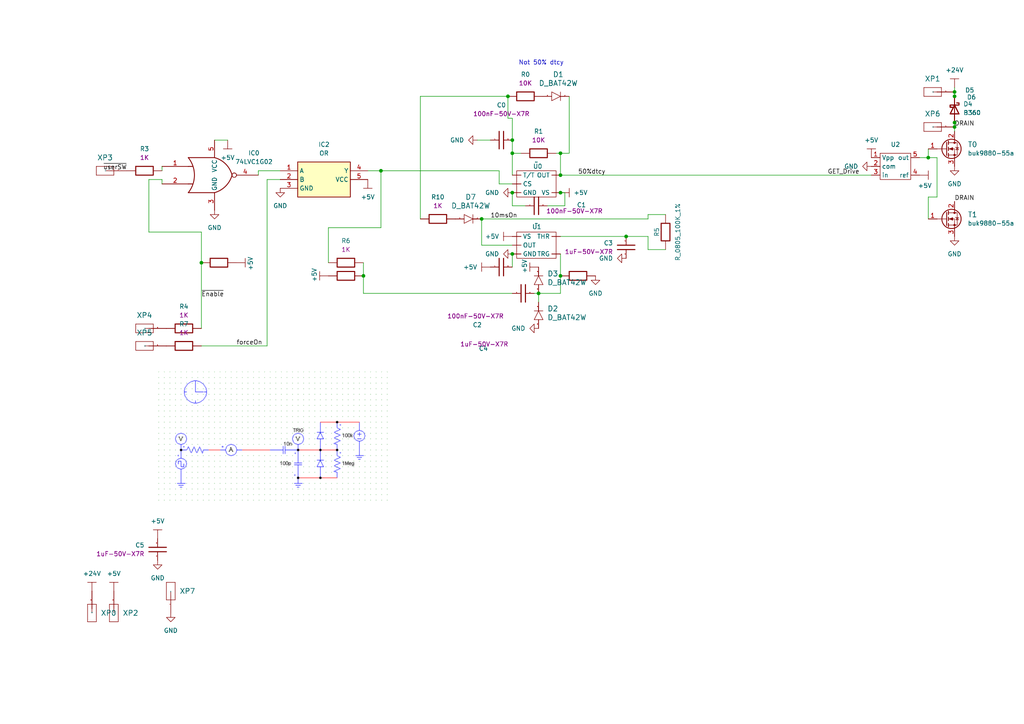
<source format=kicad_sch>
(kicad_sch (version 20250114) (generator "eeschema") (generator_version "9.0")
  (paper "A4")
  (lib_symbols
    (symbol "74xGxx:74LVC1G02"
      (property "Reference" "U" (at -5.08 7.62 0))
      (property "Value" "74LVC1G02" (at 7.62 -7.62 0))
      (symbol "74LVC1G02_0_1"
        (arc (start -7.62 5.08) (mid -5.838 0) (end -7.62 -5.08) (stroke (width 0.254)))
        (polyline (pts (xy -7.62 2.54) (xy -6.35 2.54)) (stroke (width 0.254)) (fill (type background)))
        (polyline (pts (xy -7.62 -2.54) (xy -6.35 -2.54)) (stroke (width 0.254)) (fill (type background)))
        (arc (start 5.08 0) (mid 3.202 -3.202) (end 0 -5.08) (stroke (width 0.254)))
        (arc (start 0 5.08) (mid 3.2271 3.2271) (end 5.08 0) (stroke (width 0.254)))
        (polyline (pts (xy 0 5.08) (xy -7.62 5.08)) (stroke (width 0.254)) (fill (type background)))
        (polyline (pts (xy 0 -5.08) (xy -7.62 -5.08)) (stroke (width 0.254)) (fill (type background)))
      )
      (symbol "74LVC1G02_1_1"
        (pin input line (at -15.24 2.54 0) (length 7.62) (name "~") (number "1"))
        (pin input line (at -15.24 -2.54 0) (length 7.62) (name "~") (number "2"))
        (pin power_in line (at 0 10.16 270) (length 5.08) (name "VCC") (number "5"))
        (pin power_in line (at 0 -10.16 90) (length 5.08) (name "GND") (number "3"))
        (pin output inverted (at 12.7 0 180) (length 7.62) (name "~") (number "4"))
      )
    )
    (symbol "Capacitor_SMD:C_0805_100nF_50V_X7R_10%" (pin_names (offset 1.016))
      (property "Reference" "C" (at 2.286 5.842 0))
      (property "CValue" "100nF-50V-X7R" (at 0.508 0.762 90))
      (symbol "C_0805_100nF_50V_X7R_10%_0_1"
        (polyline (pts (xy -6.35 1.27) (xy -1.27 1.27)) (stroke (width 0.3048)))
        (polyline (pts (xy -6.35 0) (xy -1.27 0)) (stroke (width 0.3048)))
      )
      (symbol "C_0805_100nF_50V_X7R_10%_1_1"
        (pin passive line (at -3.81 3.81 270) (length 2.54) (name "~") (number "1"))
        (pin passive line (at -3.81 -2.54 90) (length 2.54) (name "~") (number "2"))
      )
    )
    (symbol "Capacitor_SMD:C_0805_1uF_25V_X7R_10%" (pin_names (offset 1.016))
      (property "Reference" "C" (at -1.27 5.08 0))
      (property "CValue" "1uF-50V-X7R" (at 0.508 0.762 90))
      (symbol "C_0805_1uF_25V_X7R_10%_0_1"
        (polyline (pts (xy -6.35 1.27) (xy -1.27 1.27)) (stroke (width 0.3048)))
        (polyline (pts (xy -6.35 0) (xy -1.27 0)) (stroke (width 0.3048)))
      )
      (symbol "C_0805_1uF_25V_X7R_10%_1_1"
        (pin passive line (at -3.81 3.81 270) (length 2.54) (name "~") (number "1"))
        (pin passive line (at -3.81 -2.54 90) (length 2.54) (name "~") (number "2"))
      )
    )
    (symbol "Comparator_SMD:MIC1551"
      (property "Reference" "U" (at 0 5.334 0))
      (symbol "MIC1551_0_1"
        (polyline (pts (xy -5.08 3.81) (xy 6.35 3.81) (xy 6.35 -3.81) (xy -5.08 -3.81) (xy -5.08 3.81)))
      )
      (symbol "MIC1551_1_1"
        (pin input line (at -6.35 2.54 0) (length 2.54) (name "VS") (number "1"))
        (pin input line (at -6.35 0 0) (length 2.54) (name "OUT") (number "3"))
        (pin input line (at -6.35 -2.54 0) (length 2.54) (name "GND") (number "2"))
        (pin input line (at 7.62 2.54 180) (length 2.54) (name "THR") (number "5"))
        (pin input line (at 7.62 -2.54 180) (length 2.54) (name "TRG") (number "4"))
      )
    )
    (symbol "Comparator_SMD:MIC1553YM5-TR"
      (property "Reference" "U" (at 0 5.334 0))
      (symbol "MIC1553YM5-TR_0_1"
        (polyline (pts (xy -5.08 3.81) (xy 6.35 3.81) (xy 6.35 -3.81) (xy -5.08 -3.81) (xy -5.08 3.81)))
      )
      (symbol "MIC1553YM5-TR_1_1"
        (pin input line (at -6.35 2.54 0) (length 2.54) (name "T/T") (number "1"))
        (pin input line (at -6.35 0 0) (length 2.54) (name "CS") (number "3"))
        (pin input line (at -6.35 -2.54 0) (length 2.54) (name "GND") (number "2"))
        (pin input line (at 7.62 2.54 180) (length 2.54) (name "OUT") (number "5"))
        (pin input line (at 7.62 -2.54 180) (length 2.54) (name "VS") (number "4"))
      )
    )
    (symbol "Connector_THT:CON_FASTON_H2.8" (pin_names (offset 1.016))
      (property "Reference" "XP" (at 0 2.54 0))
      (symbol "CON_FASTON_H2.8_1_0"
        (polyline (pts (xy -2.54 1.27) (xy -2.54 -1.27)))
        (polyline (pts (xy -2.54 1.27) (xy 2.54 1.27)))
        (polyline (pts (xy 0 0) (xy 1.27 0)))
        (polyline (pts (xy 2.54 -1.27) (xy -2.54 -1.27)))
        (polyline (pts (xy 2.54 -1.27) (xy 2.54 1.27)))
        (pin passive line (at 6.35 0 180) (length 5.08) (name "1") (number "1"))
      )
    )
    (symbol "Diode:B360" (pin_numbers (hide yes)) (pin_names (offset 1.016) (hide yes))
      (property "Reference" "D" (at 0 2.54 0))
      (property "Value" "B360" (at 0 -2.54 0))
      (symbol "B360_0_1"
        (polyline (pts (xy -1.905 0.635) (xy -1.905 1.27) (xy -1.27 1.27) (xy -1.27 -1.27) (xy -0.635 -1.27) (xy -0.635 -0.635)) (stroke (width 0.254)))
        (polyline (pts (xy 1.27 1.27) (xy 1.27 -1.27) (xy -1.27 0) (xy 1.27 1.27)) (stroke (width 0.254)))
        (polyline (pts (xy 1.27 0) (xy -1.27 0)))
      )
      (symbol "B360_1_1"
        (pin passive line (at -3.81 0 0) (length 2.54) (name "K") (number "1"))
        (pin passive line (at 3.81 0 180) (length 2.54) (name "A") (number "2"))
      )
    )
    (symbol "Diode_SMD:D_BAT42W" (pin_names (offset 1.016))
      (property "Reference" "D" (at -4.064 1.905 0))
      (property "Value" "D_BAT42W" (at -4.064 -3.429 0))
      (symbol "D_BAT42W_1_0"
        (polyline (pts (xy -2.54 0) (xy -1.27 0)))
        (polyline (pts (xy -1.27 1.27) (xy -1.27 0)))
        (polyline (pts (xy -1.27 0) (xy -1.27 -1.27)))
        (polyline (pts (xy -1.27 0) (xy 1.27 1.27)))
        (polyline (pts (xy 1.27 1.27) (xy 1.27 -1.27)))
        (polyline (pts (xy 1.27 -1.27) (xy -1.27 0)))
        (pin passive line (at -3.81 0 0) (length 2.54) (name "~") (number "1"))
        (pin passive line (at 3.81 0 180) (length 2.54) (name "~") (number "2"))
      )
    )
    (symbol "Logic_SMD:SN74LVC1G32DBVR"
      (property "Reference" "IC" (at 21.59 7.62 0))
      (property "Value" "SN74LVC1G32DBVR" (at 21.59 5.08 0))
      (symbol "SN74LVC1G32DBVR_1_1"
        (rectangle (start 5.08 2.54) (end 20.32 -7.62) (stroke (width 0.254)) (fill (type background)))
        (pin passive line (at 0 0 0) (length 5.08) (name "A") (number "1"))
        (pin passive line (at 0 -2.54 0) (length 5.08) (name "B") (number "2"))
        (pin passive line (at 0 -5.08 0) (length 5.08) (name "GND") (number "3"))
        (pin passive line (at 25.4 0 180) (length 5.08) (name "Y") (number "4"))
        (pin passive line (at 25.4 -2.54 180) (length 5.08) (name "VCC") (number "5"))
      )
    )
    (symbol "PowerSymbol:+24V" (power) (pin_names (offset 0))
      (property "Value" "+24V" (at 0 3.556 0))
      (symbol "+24V_0_1"
        (polyline (pts (xy -1.27 2.54) (xy 0 2.54)))
        (polyline (pts (xy 0 2.54) (xy 1.27 2.54)))
        (polyline (pts (xy 0 0) (xy 0 2.54)))
      )
      (symbol "+24V_1_1"
        (pin power_in line (at 0 0 180) (length 0) (hide yes) (name "+24V") (number "1"))
      )
    )
    (symbol "PowerSymbol:+5V" (power) (pin_names (offset 0))
      (property "Value" "+5V" (at 0 3.556 0))
      (symbol "+5V_0_1"
        (polyline (pts (xy -1.27 2.54) (xy 0 2.54)))
        (polyline (pts (xy 0 2.54) (xy 1.27 2.54)))
        (polyline (pts (xy 0 0) (xy 0 2.54)))
      )
      (symbol "+5V_1_1"
        (pin power_in line (at 0 0 180) (length 0) (hide yes) (name "+5V") (number "1"))
      )
    )
    (symbol "PowerSymbol:GND" (power) (pin_names (offset 0))
      (property "Value" "GND" (at 0 -3.81 0))
      (symbol "GND_0_1"
        (polyline (pts (xy 0 0) (xy 0 -1.27) (xy 1.27 -1.27) (xy 0 -2.54) (xy -1.27 -1.27) (xy 0 -1.27)))
      )
      (symbol "GND_1_1"
        (pin power_in line (at 0 0 270) (length 0) (hide yes) (name "GND") (number "1"))
      )
    )
    (symbol "Resistor_SMD:R_0805_100K_1%" (pin_numbers (hide yes)) (pin_names (offset 1.016) (hide yes))
      (symbol "R_0805_100K_1%_0_1"
        (rectangle (start -2.54 1.27) (end 2.54 -1.27) (stroke (width 0.3048)))
      )
      (symbol "R_0805_100K_1%_1_1"
        (pin passive line (at -5.08 0 0) (length 2.54) (name "~") (number "1"))
        (pin passive line (at 5.08 0 180) (length 2.54) (name "~") (number "2"))
      )
    )
    (symbol "Resistor_SMD:R_0805_10K_1%" (pin_numbers (hide yes)) (pin_names (offset 1.016) (hide yes))
      (property "Reference" "R" (at 0 2.54 0))
      (property "RValue" "10K" (at 0 -2.54 0))
      (symbol "R_0805_10K_1%_0_1"
        (rectangle (start -2.54 1.27) (end 2.54 -1.27) (stroke (width 0.3048)))
      )
      (symbol "R_0805_10K_1%_1_1"
        (pin passive line (at -5.08 0 0) (length 2.54) (name "~") (number "1"))
        (pin passive line (at 5.08 0 180) (length 2.54) (name "~") (number "2"))
      )
    )
    (symbol "Resistor_SMD:R_0805_1K_1%" (pin_numbers (hide yes)) (pin_names (offset 1.016) (hide yes))
      (property "Reference" "R" (at 0 2.54 0))
      (property "RValue" "1K" (at 0 -2.54 0))
      (symbol "R_0805_1K_1%_0_1"
        (rectangle (start -2.54 1.27) (end 2.54 -1.27) (stroke (width 0.3048)))
      )
      (symbol "R_0805_1K_1%_1_1"
        (pin passive line (at -5.08 0 0) (length 2.54) (name "~") (number "1"))
        (pin passive line (at 5.08 0 180) (length 2.54) (name "~") (number "2"))
      )
    )
    (symbol "localGD:GD"
      (property "Reference" "U" (at 0 0 0))
      (symbol "GD_0_1"
        (polyline (pts (xy -5.08 -1.27) (xy -5.08 -8.89) (xy 3.81 -8.89) (xy 3.81 -1.27) (xy -5.08 -1.27)))
      )
      (symbol "GD_1_1"
        (pin input line (at -7.62 -2.54 0) (length 2.54) (name "Vpp") (number "1"))
        (pin input line (at -7.62 -5.08 0) (length 2.54) (name "com") (number "2"))
        (pin input line (at -7.62 -7.62 0) (length 2.54) (name "in") (number "3"))
        (pin input line (at 6.35 -2.54 180) (length 2.54) (name "out") (number "5"))
        (pin input line (at 6.35 -7.62 180) (length 2.54) (name "ref") (number "4"))
      )
    )
    (symbol "localGD:buk9880-55a" (pin_names (hide yes))
      (property "Reference" "Q" (at 5.08 1.905 0))
      (property "Value" "buk9880-55a" (at 5.08 0 0))
      (symbol "buk9880-55a_0_1"
        (polyline (pts (xy 0.254 1.905) (xy 0.254 -1.905)) (stroke (width 0.254)))
        (polyline (pts (xy 0.254 0) (xy -2.54 0)))
        (polyline (pts (xy 0.762 2.286) (xy 0.762 1.27)) (stroke (width 0.254)))
        (polyline (pts (xy 0.762 0.508) (xy 0.762 -0.508)) (stroke (width 0.254)))
        (polyline (pts (xy 0.762 -1.27) (xy 0.762 -2.286)) (stroke (width 0.254)))
        (polyline (pts (xy 0.762 -1.778) (xy 3.302 -1.778) (xy 3.302 1.778) (xy 0.762 1.778)))
        (polyline (pts (xy 1.016 0) (xy 2.032 0.381) (xy 2.032 -0.381) (xy 1.016 0)) (fill (type outline)))
        (circle (center 1.651 0) (radius 2.794) (stroke (width 0.254)))
        (polyline (pts (xy 2.54 2.54) (xy 2.54 1.778)))
        (circle (center 2.54 1.778) (radius 0.254) (fill (type outline)))
        (circle (center 2.54 -1.778) (radius 0.254) (fill (type outline)))
        (polyline (pts (xy 2.54 -2.54) (xy 2.54 0) (xy 0.762 0)))
        (polyline (pts (xy 2.794 0.508) (xy 2.921 0.381) (xy 3.683 0.381) (xy 3.81 0.254)))
        (polyline (pts (xy 3.302 0.381) (xy 2.921 -0.254) (xy 3.683 -0.254) (xy 3.302 0.381)))
      )
      (symbol "buk9880-55a_1_1"
        (pin input line (at -5.08 0 0) (length 2.54) (name "G") (number "1"))
        (pin passive line (at 2.54 5.08 270) (length 2.54) (name "D") (number "2"))
        (pin passive line (at 2.54 -5.08 90) (length 2.54) (name "S") (number "3"))
      )
    )
  )
  (text "Not 50% dtcy" (at 156.972 18.288 0) (effects (font (size 1.27 1.27))))
  (junction (at 276.86 35.56))
  (junction (at 148.59 40.64))
  (junction (at 276.86 36.83))
  (junction (at 162.56 80.01))
  (junction (at 110.49 49.53))
  (junction (at 162.56 55.88))
  (junction (at 162.56 50.8))
  (junction (at 148.59 44.45))
  (junction (at 148.59 73.66))
  (junction (at 147.32 27.94))
  (junction (at 156.21 85.09))
  (junction (at 148.59 55.88))
  (junction (at 276.86 26.67))
  (junction (at 181.61 68.58))
  (junction (at 58.42 76.2))
  (junction (at 105.41 80.01))
  (junction (at 162.56 44.45))
  (junction (at 276.86 27.94))
  (junction (at 269.24 45.72))
  (junction (at 139.7 63.5))
  (wire (pts (xy 58.42 76.2) (xy 58.42 67.31)))
  (wire (pts (xy 148.59 71.12) (xy 139.7 71.12)))
  (wire (pts (xy 276.86 35.56) (xy 276.86 36.83)))
  (wire (pts (xy 187.96 68.58) (xy 187.96 72.39)))
  (wire (pts (xy 148.59 34.29) (xy 148.59 40.64)))
  (wire (pts (xy 46.99 52.07) (xy 46.99 53.34)))
  (wire (pts (xy 276.86 25.4) (xy 276.86 26.67)))
  (wire (pts (xy 187.96 62.23) (xy 193.04 62.23)))
  (wire (pts (xy 156.21 85.09) (xy 162.56 85.09)))
  (wire (pts (xy 148.59 44.45) (xy 151.13 44.45)))
  (wire (pts (xy 58.42 95.25) (xy 58.42 76.2)))
  (wire (pts (xy 144.78 49.53) (xy 144.78 53.34)))
  (wire (pts (xy 269.24 43.18) (xy 269.24 45.72)))
  (wire (pts (xy 276.86 36.83) (xy 276.86 38.1)))
  (wire (pts (xy 105.41 85.09) (xy 148.59 85.09)))
  (wire (pts (xy 144.78 53.34) (xy 148.59 53.34)))
  (wire (pts (xy 95.25 66.04) (xy 110.49 66.04)))
  (wire (pts (xy 148.59 55.88) (xy 148.59 59.69)))
  (wire (pts (xy 276.86 26.67) (xy 276.86 27.94)))
  (wire (pts (xy 74.93 49.53) (xy 74.93 50.8)))
  (wire (pts (xy 156.21 85.09) (xy 156.21 87.63)))
  (wire (pts (xy 269.24 57.15) (xy 271.78 57.15)))
  (wire (pts (xy 158.75 59.69) (xy 163.83 59.69)))
  (wire (pts (xy 152.4 59.69) (xy 148.59 59.69)))
  (wire (pts (xy 162.56 50.8) (xy 252.73 50.8)))
  (wire (pts (xy 58.42 67.31) (xy 43.18 67.31)))
  (wire (pts (xy 163.83 59.69) (xy 163.83 55.88)))
  (wire (pts (xy 77.47 52.07) (xy 77.47 100.33)))
  (wire (pts (xy 162.56 50.8) (xy 162.56 44.45)))
  (wire (pts (xy 139.7 63.5) (xy 187.96 63.5)))
  (wire (pts (xy 43.18 52.07) (xy 46.99 52.07)))
  (wire (pts (xy 43.18 67.31) (xy 43.18 52.07)))
  (wire (pts (xy 161.29 44.45) (xy 162.56 44.45)))
  (wire (pts (xy 62.23 40.64) (xy 66.04 40.64)))
  (wire (pts (xy 266.7 45.72) (xy 269.24 45.72)))
  (wire (pts (xy 148.59 77.47) (xy 148.59 73.66)))
  (wire (pts (xy 139.7 71.12) (xy 139.7 63.5)))
  (wire (pts (xy 46.99 48.26) (xy 46.99 49.53)))
  (wire (pts (xy 187.96 72.39) (xy 193.04 72.39)))
  (wire (pts (xy 58.42 100.33) (xy 77.47 100.33)))
  (wire (pts (xy 110.49 49.53) (xy 144.78 49.53)))
  (wire (pts (xy 154.94 85.09) (xy 156.21 85.09)))
  (wire (pts (xy 121.92 63.5) (xy 121.92 27.94)))
  (wire (pts (xy 105.41 80.01) (xy 105.41 85.09)))
  (wire (pts (xy 162.56 44.45) (xy 165.1 44.45)))
  (wire (pts (xy 138.43 40.64) (xy 142.24 40.64)))
  (wire (pts (xy 187.96 63.5) (xy 187.96 62.23)))
  (wire (pts (xy 162.56 68.58) (xy 181.61 68.58)))
  (wire (pts (xy 147.32 27.94) (xy 147.32 34.29)))
  (wire (pts (xy 181.61 68.58) (xy 187.96 68.58)))
  (wire (pts (xy 165.1 27.94) (xy 165.1 44.45)))
  (wire (pts (xy 81.28 52.07) (xy 77.47 52.07)))
  (wire (pts (xy 95.25 76.2) (xy 95.25 66.04)))
  (wire (pts (xy 269.24 63.5) (xy 269.24 57.15)))
  (wire (pts (xy 105.41 76.2) (xy 105.41 80.01)))
  (wire (pts (xy 147.32 34.29) (xy 148.59 34.29)))
  (wire (pts (xy 121.92 27.94) (xy 147.32 27.94)))
  (wire (pts (xy 148.59 50.8) (xy 148.59 44.45)))
  (wire (pts (xy 74.93 49.53) (xy 81.28 49.53)))
  (wire (pts (xy 110.49 66.04) (xy 110.49 49.53)))
  (wire (pts (xy 148.59 40.64) (xy 148.59 44.45)))
  (wire (pts (xy 110.49 49.53) (xy 106.68 49.53)))
  (wire (pts (xy 162.56 73.66) (xy 162.56 80.01)))
  (wire (pts (xy 162.56 55.88) (xy 163.83 55.88)))
  (wire (pts (xy 271.78 57.15) (xy 271.78 45.72)))
  (wire (pts (xy 162.56 80.01) (xy 162.56 85.09)))
  (wire (pts (xy 269.24 45.72) (xy 271.78 45.72)))
  (image (at 78.74 127) (scale 0.398822))
  (label "GET_Drive" (at 240.03 50.8 0))
  (label "DRAIN" (at 276.86 58.42 0))
  (label "forceOn" (at 68.58 100.33 0))
  (label "DRAIN" (at 276.86 36.83 0))
  (label "~{Enable}" (at 58.42 86.36 0))
  (label "50%dtcy" (at 167.64 50.8 0))
  (label "10msOn" (at 142.24 63.5 0))
  (label "~{userSW}" (at 36.83 49.53 180))
  (symbol (lib_id "Connector_THT:CON_FASTON_H2.8") (at 49.53 171.45 270) (unit 1)
    (property "Reference" "XP7" (at 52.07 171.4499 90) (effects (font (size 1.4986 1.4986)) (justify left)))
    (property "Value" "gnd" (effects (hide yes)))
    (property "Footprint" "Connector_THT:2.8mm_Faston" (effects (hide yes)))
    (property "Datasheet" "https://www.mouser.fr/datasheet/3/201/1/1267.PDF" (effects (hide yes)))
    (property "Description" "Tab PCB Terminal, 2.8 mm Tab Width" (effects (hide yes)))
    (property "Manufacturer" "Keystone Electronics " (effects (hide yes)))
    (property "Manufacturer Part Number" "1267" (effects (hide yes)))
    (property "Assembly" "THT" (effects (hide yes)))
  )
  (symbol (lib_id "Capacitor_SMD:C_0805_1uF_25V_X7R_10%") (at 41.91 158.75 180) (unit 1)
    (property "Reference" "C5" (at 41.91 158.1149 0) (effects (justify left)))
    (property "Value" "C_0805_1uF_50V_X7R_20%" (effects (hide yes)))
    (property "Footprint" "Capacitor_SMD:C_0805_2012Metric" (effects (hide yes)))
    (property "Datasheet" "https://www.yageo.com/upload/media/product/productsearch/datasheet/mlcc/UPY-GPHC_X7R_6.3V-to-50V_20.pdf" (effects (hide yes)))
    (property "Description" "Condensateur céramique multicouche CMS, 1µF, 50 V, 0805 [2012 Metric], ± 20%, X7R, Série CC" (effects (hide yes)))
    (property "CValue" "1uF-50V-X7R" (at 41.91 160.6549 0) (effects (justify left)))
    (property "Manufacturer" "Samsung Electro-Mechanics" (effects (hide yes)))
    (property "Manufacturer Part Number" "CL21B105MBFNNNE " (effects (hide yes)))
    (property "Assembly" "SMD" (effects (hide yes)))
    (property "Fournisseur" "Mouser" (effects (hide yes)))
    (property "Ref_Fournisseur" "187-CL21B105MBFNNNE " (effects (hide yes)))
    (property "Prix_Fournisseur" "0.035" (effects (hide yes)))
  )
  (symbol (lib_id "Capacitor_SMD:C_0805_100nF_50V_X7R_10%") (at 146.05 36.83 90) (unit 1)
    (property "Reference" "C0" (at 145.415 30.48 90))
    (property "Value" "C_0805_100nF_50V_X7R_10%" (effects (hide yes)))
    (property "Footprint" "Capacitor_SMD:C_0805_2012Metric_Pad1.15x1.40mm_HandSolder" (effects (hide yes)))
    (property "Datasheet" "https://www.yageo.com/upload/media/product/productsearch/datasheet/mlcc/UPY-GPHC_X7R_6.3V-to-50V_20.pdf" (effects (hide yes)))
    (property "Description" "Condensateur céramique multicouche CMS, 100nF, 50 V, 0805 [2012 Metric], ± 10%, X7R, Série CC" (effects (hide yes)))
    (property "CValue" "100nF-50V-X7R" (at 145.415 33.02 90))
    (property "Manufacturer" "YAGEO" (effects (hide yes)))
    (property "Manufacturer Part Number" "CC0805KRX7R9BB104 " (effects (hide yes)))
    (property "Cefem Part Number" "7001028" (effects (hide yes)))
    (property "Assembly" "SMD" (effects (hide yes)))
  )
  (symbol (lib_id "localGD:GD") (at 260.35 43.18 0) (unit 1)
    (property "Reference" "U2" (at 259.715 41.91 0))
    (property "Value" "DGD0211EWT" (effects (hide yes)))
    (property "Footprint" "Comparator_SMD:TSOT-23-5" (effects (hide yes)))
    (property "Datasheet" "https://www.mouser.fr/datasheet/3/175/1/DGD0211EWT.pdf" (effects (hide yes)))
    (property "Manufacturer Part Number" "DGD0211EWT" (effects (hide yes)))
  )
  (symbol (lib_id "PowerSymbol:GND") (at 252.73 48.26 270) (unit 1)
    (property "Reference" "#PWR0123" (effects (hide yes)))
    (property "Value" "GND" (at 248.92 48.2599 90) (effects (justify right)))
    (property "Description" "Power symbol creates a global label with name \"AGND\" , analog ground" (effects (hide yes)))
  )
  (symbol (lib_id "Resistor_SMD:R_0805_1K_1%") (at 127 63.5 0) (unit 1)
    (property "Reference" "R10" (at 127 57.15 0))
    (property "Value" "R_0805_1K_1%" (effects (hide yes)))
    (property "Footprint" "Resistor_SMD:R_0805_2012Metric_Pad1.20x1.40mm_HandSolder" (effects (hide yes)))
    (property "Datasheet" "https://www.yageo.com/upload/media/product/productsearch/datasheet/rchip/PYu-RC_Group_51_RoHS_L_11.pdf" (effects (hide yes)))
    (property "Description" "Res Thick Film 0805 1K Ohm 1% 0.125W(1/8W) ±100ppm/C Pad SMD T/R" (effects (hide yes)))
    (property "RValue" "1K" (at 127 59.69 0))
    (property "Manufacturer" "YAGEO" (effects (hide yes)))
    (property "Manufacturer Part Number" "RC0805FR-071KL" (effects (hide yes)))
    (property "Assembly" "SMD" (effects (hide yes)))
  )
  (symbol (lib_id "Resistor_SMD:R_0805_100K_1%") (at 100.33 80.01 0) (unit 1)
    (property "Reference" "R8" (effects (hide yes)))
    (property "Value" "R_0805_100K_1%" (effects (hide yes)))
    (property "Footprint" "Resistor_SMD:R_0805_2012Metric_Pad1.15x1.40mm_HandSolder" (effects (hide yes)))
    (property "Datasheet" "https://www.yageo.com/upload/media/product/productsearch/datasheet/rchip/PYu-RC_Group_51_RoHS_L_11.pdf" (effects (hide yes)))
    (property "Description" "Res Thick Film 0805 100K Ohm 1% 0.125W(1/8W) ±100ppm/C Pad SMD T/R" (effects (hide yes)))
    (property "RValue" "100K" (effects (hide yes)))
    (property "Manufacturer" "YAGEO" (effects (hide yes)))
    (property "Manufacturer Part Number" "RC0805FR-07100KL" (effects (hide yes)))
    (property "Assembly" "SMD" (effects (hide yes)))
    (property "Fournisseur" "Mouser" (effects (hide yes)))
    (property "Ref_Fournisseur" " 603-RC0805FR-07100KL " (effects (hide yes)))
    (property "Prix_Fournisseur" "0.09" (effects (hide yes)))
  )
  (symbol (lib_id "Connector_THT:CON_FASTON_H2.8") (at 30.48 49.53 0) (unit 1)
    (property "Reference" "XP3" (at 30.48 45.72 0) (effects (font (size 1.4986 1.4986))))
    (property "Value" "!usr" (effects (hide yes)))
    (property "Footprint" "Connector_THT:2.8mm_Faston" (effects (hide yes)))
    (property "Datasheet" "https://www.mouser.fr/datasheet/3/201/1/1267.PDF" (effects (hide yes)))
    (property "Description" "Tab PCB Terminal, 2.8 mm Tab Width" (effects (hide yes)))
    (property "Manufacturer" "Keystone Electronics " (effects (hide yes)))
    (property "Manufacturer Part Number" "1267" (effects (hide yes)))
    (property "Assembly" "THT" (effects (hide yes)))
  )
  (symbol (lib_id "Connector_THT:CON_FASTON_H2.8") (at 270.51 26.67 0) (unit 1)
    (property "Reference" "XP1" (at 270.51 22.86 0) (effects (font (size 1.4986 1.4986))))
    (property "Value" "+24_Mot" (effects (hide yes)))
    (property "Footprint" "Connector_THT:2.8mm_Faston" (effects (hide yes)))
    (property "Datasheet" "https://www.mouser.fr/datasheet/3/201/1/1267.PDF" (effects (hide yes)))
    (property "Description" "Tab PCB Terminal, 2.8 mm Tab Width" (effects (hide yes)))
    (property "Manufacturer" "Keystone Electronics " (effects (hide yes)))
    (property "Manufacturer Part Number" "1267" (effects (hide yes)))
    (property "Assembly" "THT" (effects (hide yes)))
  )
  (symbol (lib_id "Connector_THT:CON_FASTON_H2.8") (at 33.02 177.8 90) (unit 1)
    (property "Reference" "XP2" (at 35.56 177.7999 90) (effects (font (size 1.4986 1.4986)) (justify right)))
    (property "Value" "+5" (effects (hide yes)))
    (property "Footprint" "Connector_THT:2.8mm_Faston" (effects (hide yes)))
    (property "Datasheet" "https://www.mouser.fr/datasheet/3/201/1/1267.PDF" (effects (hide yes)))
    (property "Description" "Tab PCB Terminal, 2.8 mm Tab Width" (effects (hide yes)))
    (property "Manufacturer" "Keystone Electronics " (effects (hide yes)))
    (property "Manufacturer Part Number" "1267" (effects (hide yes)))
    (property "Assembly" "THT" (effects (hide yes)))
  )
  (symbol (lib_id "Diode_SMD:D_BAT42W") (at 156.21 91.44 270) (unit 1)
    (property "Reference" "D2" (at 158.75 89.5349 90) (effects (font (size 1.4986 1.4986)) (justify left)))
    (property "Value" "D_BAT42W" (at 158.75 92.0749 90) (effects (font (size 1.4986 1.4986)) (justify left)))
    (property "Footprint" "Diode_SMD:D_SOD-123" (effects (hide yes)))
    (property "Datasheet" "https://www.taiwansemi.com/assets/uploads/datasheet/BAT42W%20SERIES_G1605.pdf" (effects (hide yes)))
    (property "Description" "Diode Schottky faible signal, Une, 30 V, 200 mA, 1 V, 4 A, 125 °C" (effects (hide yes)))
    (property "Manufacturer" "TAIWAN SEMICONDUCTOR" (effects (hide yes)))
    (property "Manufacturer Part Number" "BAT42W RHG" (effects (hide yes)))
    (property "Assembly" "SMD" (effects (hide yes)))
  )
  (symbol (lib_id "Resistor_SMD:R_0805_100K_1%") (at 63.5 76.2 0) (unit 1)
    (property "Reference" "R2" (effects (hide yes)))
    (property "Value" "R_0805_100K_1%" (effects (hide yes)))
    (property "Footprint" "Resistor_SMD:R_0805_2012Metric_Pad1.15x1.40mm_HandSolder" (effects (hide yes)))
    (property "Datasheet" "https://www.yageo.com/upload/media/product/productsearch/datasheet/rchip/PYu-RC_Group_51_RoHS_L_11.pdf" (effects (hide yes)))
    (property "Description" "Res Thick Film 0805 100K Ohm 1% 0.125W(1/8W) ±100ppm/C Pad SMD T/R" (effects (hide yes)))
    (property "RValue" "100K" (effects (hide yes)))
    (property "Manufacturer" "YAGEO" (effects (hide yes)))
    (property "Manufacturer Part Number" "RC0805FR-07100KL" (effects (hide yes)))
    (property "Assembly" "SMD" (effects (hide yes)))
    (property "Fournisseur" "Mouser" (effects (hide yes)))
    (property "Ref_Fournisseur" " 603-RC0805FR-07100KL " (effects (hide yes)))
    (property "Prix_Fournisseur" "0.09" (effects (hide yes)))
  )
  (symbol (lib_id "Resistor_SMD:R_0805_10K_1%") (at 156.21 44.45 0) (unit 1)
    (property "Reference" "R1" (at 156.21 38.1 0))
    (property "Value" "R_0805_10K_1%" (effects (hide yes)))
    (property "Footprint" "Resistor_SMD:R_0805_2012Metric_Pad1.15x1.40mm_HandSolder" (effects (hide yes)))
    (property "Datasheet" "https://www.yageo.com/upload/media/product/productsearch/datasheet/rchip/PYu-RC_Group_51_RoHS_L_11.pdf" (effects (hide yes)))
    (property "Description" "Res Thick Film 0805 10K Ohm 1% 0.125W(1/8W) ±100ppm/C Pad SMD T/R" (effects (hide yes)))
    (property "RValue" "10K" (at 156.21 40.64 0))
    (property "Manufacturer" "YAGEO" (effects (hide yes)))
    (property "Manufacturer Part Number" "RC0805FR-0710KL" (effects (hide yes)))
    (property "Assembly" "SMD" (effects (hide yes)))
    (property "Fournisseur" "Mouser" (effects (hide yes)))
    (property "Ref_Fournisseur" " 603-RC0805FR-0710KL" (effects (hide yes)))
    (property "Prix_Fournisseur" "0.09" (effects (hide yes)))
  )
  (symbol (lib_id "PowerSymbol:GND") (at 156.21 95.25 270) (unit 1)
    (property "Reference" "#PWR0116" (effects (hide yes)))
    (property "Value" "GND" (at 152.4 95.2499 90) (effects (justify right)))
    (property "Description" "Power symbol creates a global label with name \"AGND\" , analog ground" (effects (hide yes)))
  )
  (symbol (lib_id "Connector_THT:CON_FASTON_H2.8") (at 41.91 100.33 0) (unit 1)
    (property "Reference" "XP5" (at 41.91 96.52 0) (effects (font (size 1.4986 1.4986))))
    (property "Value" "Frs" (effects (hide yes)))
    (property "Footprint" "Connector_THT:2.8mm_Faston" (effects (hide yes)))
    (property "Datasheet" "https://www.mouser.fr/datasheet/3/201/1/1267.PDF" (effects (hide yes)))
    (property "Description" "Tab PCB Terminal, 2.8 mm Tab Width" (effects (hide yes)))
    (property "Manufacturer" "Keystone Electronics " (effects (hide yes)))
    (property "Manufacturer Part Number" "1267" (effects (hide yes)))
    (property "Assembly" "THT" (effects (hide yes)))
  )
  (symbol (lib_id "PowerSymbol:GND") (at 181.61 74.93 270) (unit 1)
    (property "Reference" "#PWR0115" (effects (hide yes)))
    (property "Value" "GND" (at 177.8 74.9299 90) (effects (justify right)))
    (property "Description" "Power symbol creates a global label with name \"AGND\" , analog ground" (effects (hide yes)))
  )
  (symbol (lib_id "PowerSymbol:+24V") (at 26.67 171.45 0) (unit 1)
    (property "Reference" "#PWR0101" (effects (hide yes)))
    (property "Value" "+24V" (at 26.67 166.37 0))
    (property "Description" "Power symbol creates a global label with name \"+24V\"" (effects (hide yes)))
  )
  (symbol (lib_id "PowerSymbol:+5V") (at 156.21 77.47 90) (unit 1)
    (property "Reference" "#PWR0112" (effects (hide yes)))
    (property "Value" "+5V" (at 152.146 77.216 0))
    (property "Description" "Power symbol creates a global label with name \"+5V\"" (effects (hide yes)))
  )
  (symbol (lib_id "Diode:B360") (at 276.86 31.75 270) (unit 1)
    (property "Reference" "D5" (at 279.908 26.162 90) (effects (justify left)))
    (property "Value" "B360" (at 279.4 32.7024 90) (effects (justify left)))
    (property "Footprint" "Diode_SMD:D_SMC" (effects (hide yes)))
    (property "Datasheet" "http://www.jameco.com/Jameco/Products/ProdDS/1538777.pdf" (effects (hide yes)))
    (property "Description" "60V 3A Schottky Barrier Rectifier Diode, SMC" (effects (hide yes)))
  )
  (symbol (lib_id "PowerSymbol:+24V") (at 276.86 25.4 0) (unit 1)
    (property "Reference" "#PWR0126" (effects (hide yes)))
    (property "Value" "+24V" (at 276.86 20.32 0))
    (property "Description" "Power symbol creates a global label with name \"+24V\"" (effects (hide yes)))
  )
  (symbol (lib_id "PowerSymbol:+5V") (at 68.58 76.2 270) (unit 1)
    (property "Reference" "#PWR0117" (effects (hide yes)))
    (property "Value" "+5V" (at 72.644 76.454 0))
    (property "Description" "Power symbol creates a global label with name \"+5V\"" (effects (hide yes)))
  )
  (symbol (lib_id "Connector_THT:CON_FASTON_H2.8") (at 41.91 95.25 0) (unit 1)
    (property "Reference" "XP4" (at 41.91 91.44 0) (effects (font (size 1.4986 1.4986))))
    (property "Value" "!En" (effects (hide yes)))
    (property "Footprint" "Connector_THT:2.8mm_Faston" (effects (hide yes)))
    (property "Datasheet" "https://www.mouser.fr/datasheet/3/201/1/1267.PDF" (effects (hide yes)))
    (property "Description" "Tab PCB Terminal, 2.8 mm Tab Width" (effects (hide yes)))
    (property "Manufacturer" "Keystone Electronics " (effects (hide yes)))
    (property "Manufacturer Part Number" "1267" (effects (hide yes)))
    (property "Assembly" "THT" (effects (hide yes)))
  )
  (symbol (lib_id "PowerSymbol:+5V") (at 252.73 45.72 0) (unit 1)
    (property "Reference" "#PWR0124" (effects (hide yes)))
    (property "Value" "+5V" (at 252.73 40.64 0))
    (property "Description" "Power symbol creates a global label with name \"+5V\"" (effects (hide yes)))
  )
  (symbol (lib_id "Capacitor_SMD:C_0805_100nF_50V_X7R_10%") (at 146.05 73.66 90) (unit 1)
    (property "Reference" "C2" (at 138.43 94.234 90))
    (property "Value" "C_0805_100nF_50V_X7R_10%" (effects (hide yes)))
    (property "Footprint" "Capacitor_SMD:C_0805_2012Metric_Pad1.15x1.40mm_HandSolder" (effects (hide yes)))
    (property "Datasheet" "https://www.yageo.com/upload/media/product/productsearch/datasheet/mlcc/UPY-GPHC_X7R_6.3V-to-50V_20.pdf" (effects (hide yes)))
    (property "Description" "Condensateur céramique multicouche CMS, 100nF, 50 V, 0805 [2012 Metric], ± 10%, X7R, Série CC" (effects (hide yes)))
    (property "CValue" "100nF-50V-X7R" (at 137.922 91.694 90))
    (property "Manufacturer" "YAGEO" (effects (hide yes)))
    (property "Manufacturer Part Number" "CC0805KRX7R9BB104 " (effects (hide yes)))
    (property "Cefem Part Number" "7001028" (effects (hide yes)))
    (property "Assembly" "SMD" (effects (hide yes)))
  )
  (symbol (lib_id "PowerSymbol:+5V") (at 33.02 171.45 0) (unit 1)
    (property "Reference" "#PWR0102" (effects (hide yes)))
    (property "Value" "+5V" (at 33.02 166.37 0))
    (property "Description" "Power symbol creates a global label with name \"+5V\"" (effects (hide yes)))
  )
  (symbol (lib_id "PowerSymbol:GND") (at 148.59 73.66 270) (unit 1)
    (property "Reference" "#PWR0108" (effects (hide yes)))
    (property "Value" "GND" (at 144.78 73.6599 90) (effects (justify right)))
    (property "Description" "Power symbol creates a global label with name \"AGND\" , analog ground" (effects (hide yes)))
  )
  (symbol (lib_id "Capacitor_SMD:C_0805_1uF_25V_X7R_10%") (at 177.8 71.12 180) (unit 1)
    (property "Reference" "C3" (at 177.8 70.4849 0) (effects (justify left)))
    (property "Value" "C_0805_1uF_50V_X7R_20%" (effects (hide yes)))
    (property "Footprint" "Capacitor_SMD:C_0805_2012Metric" (effects (hide yes)))
    (property "Datasheet" "https://www.yageo.com/upload/media/product/productsearch/datasheet/mlcc/UPY-GPHC_X7R_6.3V-to-50V_20.pdf" (effects (hide yes)))
    (property "Description" "Condensateur céramique multicouche CMS, 1µF, 50 V, 0805 [2012 Metric], ± 20%, X7R, Série CC" (effects (hide yes)))
    (property "CValue" "1uF-50V-X7R" (at 177.8 73.0249 0) (effects (justify left)))
    (property "Manufacturer" "Samsung Electro-Mechanics" (effects (hide yes)))
    (property "Manufacturer Part Number" "CL21B105MBFNNNE " (effects (hide yes)))
    (property "Assembly" "SMD" (effects (hide yes)))
    (property "Fournisseur" "Mouser" (effects (hide yes)))
    (property "Ref_Fournisseur" "187-CL21B105MBFNNNE " (effects (hide yes)))
    (property "Prix_Fournisseur" "0.035" (effects (hide yes)))
  )
  (symbol (lib_id "Diode:B360") (at 276.86 31.75 270) (unit 1)
    (property "Reference" "D6" (at 280.416 28.194 90) (effects (justify left)))
    (property "Value" "B360" (at 279.4 32.7024 90) (effects (justify left)))
    (property "Footprint" "Diode_SMD:D_SMC" (effects (hide yes)))
    (property "Datasheet" "http://www.jameco.com/Jameco/Products/ProdDS/1538777.pdf" (effects (hide yes)))
    (property "Description" "60V 3A Schottky Barrier Rectifier Diode, SMC" (effects (hide yes)))
  )
  (symbol (lib_id "PowerSymbol:GND") (at 276.86 48.26 0) (unit 1)
    (property "Reference" "#PWR0125" (effects (hide yes)))
    (property "Value" "GND" (at 276.86 53.34 0))
    (property "Description" "Power symbol creates a global label with name \"AGND\" , analog ground" (effects (hide yes)))
  )
  (symbol (lib_id "Resistor_SMD:R_0805_100K_1%") (at 193.04 67.31 90) (unit 1)
    (property "Reference" "R5" (at 190.5 67.31 0))
    (property "Value" "R_0805_100K_1%" (at 196.596 67.31 0))
    (property "Footprint" "Resistor_SMD:R_0805_2012Metric_Pad1.15x1.40mm_HandSolder" (effects (hide yes)))
    (property "Datasheet" "https://www.yageo.com/upload/media/product/productsearch/datasheet/rchip/PYu-RC_Group_51_RoHS_L_11.pdf" (effects (hide yes)))
    (property "Description" "Res Thick Film 0805 100K Ohm 1% 0.125W(1/8W) ±100ppm/C Pad SMD T/R" (effects (hide yes)))
    (property "RValue" "100K" (effects (hide yes)))
    (property "Manufacturer" "YAGEO" (effects (hide yes)))
    (property "Manufacturer Part Number" "RC0805FR-07100KL" (effects (hide yes)))
    (property "Assembly" "SMD" (effects (hide yes)))
    (property "Fournisseur" "Mouser" (effects (hide yes)))
    (property "Ref_Fournisseur" " 603-RC0805FR-07100KL " (effects (hide yes)))
    (property "Prix_Fournisseur" "0.09" (effects (hide yes)))
  )
  (symbol (lib_id "Logic_SMD:SN74LVC1G32DBVR") (at 81.28 49.53 0) (unit 1)
    (property "Reference" "IC2" (at 93.98 41.91 0))
    (property "Value" "OR" (at 93.98 44.45 0))
    (property "Footprint" "Package_TO_SOT_SMD:SOT-23-5" (effects (hide yes)))
    (property "Datasheet" "https://www.ti.com/lit/ds/symlink/sn74lvc1g32.pdf?ts=1756823633900&ref_url=https%253A%252F%252Fwww.mouser.co.uk%252F" (effects (hide yes)))
    (property "Description" "Single 2-Input Positive-OR Gate" (effects (hide yes)))
    (property "Height" "1.15" (effects (hide yes)))
    (property "Mouser Part Number" "595-SN74LVC1G32DBVR" (effects (hide yes)))
    (property "Mouser Price/Stock" "https://www.mouser.fr/ProductDetail/Texas-Instruments/SN74LVC1G32DBVR?qs=3pnr37ZAbK%2F6ArGi%2FPb2Ng%3D%3D" (effects (hide yes)))
    (property "Manufacturer_Name" "Texas Instruments" (effects (hide yes)))
    (property "Manufacturer Part Number" "SN74LVC1G32DBVR" (effects (hide yes)))
  )
  (symbol (lib_id "Resistor_SMD:R_0805_1K_1%") (at 41.91 49.53 0) (unit 1)
    (property "Reference" "R3" (at 41.91 43.18 0))
    (property "Value" "R_0805_1K_1%" (effects (hide yes)))
    (property "Footprint" "Resistor_SMD:R_0805_2012Metric_Pad1.15x1.40mm_HandSolder" (effects (hide yes)))
    (property "Datasheet" "https://www.yageo.com/upload/media/product/productsearch/datasheet/rchip/PYu-RC_Group_51_RoHS_L_11.pdf" (effects (hide yes)))
    (property "Description" "Res Thick Film 0805 1K Ohm 1% 0.125W(1/8W) ±100ppm/C Pad SMD T/R" (effects (hide yes)))
    (property "RValue" "1K" (at 41.91 45.72 0))
    (property "Manufacturer" "YAGEO" (effects (hide yes)))
    (property "Manufacturer Part Number" "RC0805FR-071KL" (effects (hide yes)))
    (property "Assembly" "SMD" (effects (hide yes)))
  )
  (symbol (lib_id "Resistor_SMD:R_0805_1K_1%") (at 53.34 100.33 0) (unit 1)
    (property "Reference" "R7" (at 53.34 93.98 0))
    (property "Value" "R_0805_1K_1%" (effects (hide yes)))
    (property "Footprint" "Resistor_SMD:R_0805_2012Metric_Pad1.15x1.40mm_HandSolder" (effects (hide yes)))
    (property "Datasheet" "https://www.yageo.com/upload/media/product/productsearch/datasheet/rchip/PYu-RC_Group_51_RoHS_L_11.pdf" (effects (hide yes)))
    (property "Description" "Res Thick Film 0805 1K Ohm 1% 0.125W(1/8W) ±100ppm/C Pad SMD T/R" (effects (hide yes)))
    (property "RValue" "1K" (at 53.34 96.52 0))
    (property "Manufacturer" "YAGEO" (effects (hide yes)))
    (property "Manufacturer Part Number" "RC0805FR-071KL" (effects (hide yes)))
    (property "Assembly" "SMD" (effects (hide yes)))
  )
  (symbol (lib_id "Resistor_SMD:R_0805_1K_1%") (at 100.33 76.2 0) (unit 1)
    (property "Reference" "R6" (at 100.33 69.85 0))
    (property "Value" "R_0805_1K_1%" (effects (hide yes)))
    (property "Footprint" "Resistor_SMD:R_0805_2012Metric_Pad1.15x1.40mm_HandSolder" (effects (hide yes)))
    (property "Datasheet" "https://www.yageo.com/upload/media/product/productsearch/datasheet/rchip/PYu-RC_Group_51_RoHS_L_11.pdf" (effects (hide yes)))
    (property "Description" "Res Thick Film 0805 1K Ohm 1% 0.125W(1/8W) ±100ppm/C Pad SMD T/R" (effects (hide yes)))
    (property "RValue" "1K" (at 100.33 72.39 0))
    (property "Manufacturer" "YAGEO" (effects (hide yes)))
    (property "Manufacturer Part Number" "RC0805FR-071KL" (effects (hide yes)))
    (property "Assembly" "SMD" (effects (hide yes)))
  )
  (symbol (lib_id "PowerSymbol:GND") (at 62.23 60.96 0) (unit 1)
    (property "Reference" "#PWR0111" (effects (hide yes)))
    (property "Value" "GND" (at 62.23 66.04 0))
    (property "Description" "Power symbol creates a global label with name \"AGND\" , analog ground" (effects (hide yes)))
  )
  (symbol (lib_id "Connector_THT:CON_FASTON_H2.8") (at 26.67 177.8 90) (unit 1)
    (property "Reference" "XP0" (at 29.21 177.7999 90) (effects (font (size 1.4986 1.4986)) (justify right)))
    (property "Value" "+24" (effects (hide yes)))
    (property "Footprint" "Connector_THT:2.8mm_Faston" (effects (hide yes)))
    (property "Datasheet" "https://www.mouser.fr/datasheet/3/201/1/1267.PDF" (effects (hide yes)))
    (property "Description" "Tab PCB Terminal, 2.8 mm Tab Width" (effects (hide yes)))
    (property "Manufacturer" "Keystone Electronics " (effects (hide yes)))
    (property "Manufacturer Part Number" "1267" (effects (hide yes)))
    (property "Assembly" "THT" (effects (hide yes)))
  )
  (symbol (lib_id "74xGxx:74LVC1G02") (at 62.23 50.8 0) (unit 1)
    (property "Reference" "IC0" (at 73.66 44.3798 0))
    (property "Value" "74LVC1G02" (at 73.66 46.9198 0))
    (property "Footprint" "Package_TO_SOT_SMD:SOT-23-5" (effects (hide yes)))
    (property "Datasheet" "https://www.ti.com/lit/ds/symlink/sn74lvc1g02.pdf" (effects (hide yes)))
    (property "Description" "Single NOR Gate, Low-Voltage CMOS" (effects (hide yes)))
    (property "Height" "1.15" (effects (hide yes)))
    (property "Mouser Part Number" "595-SN74LVC1G32DBVR" (effects (hide yes)))
    (property "Mouser Price/Stock" "https://www.mouser.fr/ProductDetail/Texas-Instruments/SN74LVC1G32DBVR?qs=3pnr37ZAbK%2F6ArGi%2FPb2Ng%3D%3D" (effects (hide yes)))
    (property "Manufacturer_Name" "Texas Instruments" (effects (hide yes)))
    (property "Manufacturer Part Number" "SN74LVC1G32DBVR" (effects (hide yes)))
  )
  (symbol (lib_id "Comparator_SMD:MIC1553YM5-TR") (at 154.94 53.34 0) (unit 1)
    (property "Reference" "U0" (at 155.956 48.26 0))
    (property "Value" "~" (at 155.575 46.99 0))
    (property "Footprint" "Comparator_SMD:TSOT-23-5" (effects (hide yes)))
    (property "Datasheet" "https://www.mouser.fr/datasheet/2/268/MIC1551_53_IttyBitty_RC_Type_555_Timer_Oscillator_-3577958.pdf" (effects (hide yes)))
    (property "Description" "\"555\" RC Timer/Oscillator with Shutdown" (effects (hide yes)))
    (property "Manufacturer" "Microchip" (effects (hide yes)))
    (property "Manufacturer Part Number" "MIC1553YM5-TR" (effects (hide yes)))
    (property "Assembly" "SMD" (effects (hide yes)))
  )
  (symbol (lib_id "PowerSymbol:+5V") (at 106.68 52.07 180) (unit 1)
    (property "Reference" "#PWR0114" (effects (hide yes)))
    (property "Value" "+5V" (at 106.68 57.15 0))
    (property "Description" "Power symbol creates a global label with name \"+5V\"" (effects (hide yes)))
  )
  (symbol (lib_id "PowerSymbol:+5V") (at 162.56 55.88 270) (unit 1)
    (property "Reference" "#PWR0106" (effects (hide yes)))
    (property "Value" "+5V" (at 166.37 55.8799 90) (effects (justify left)))
    (property "Description" "Power symbol creates a global label with name \"+5V\"" (effects (hide yes)))
  )
  (symbol (lib_id "PowerSymbol:GND") (at 148.59 55.88 270) (unit 1)
    (property "Reference" "#PWR0105" (effects (hide yes)))
    (property "Value" "GND" (at 144.78 55.8799 90) (effects (justify right)))
    (property "Description" "Power symbol creates a global label with name \"AGND\" , analog ground" (effects (hide yes)))
  )
  (symbol (lib_id "Resistor_SMD:R_0805_10K_1%") (at 152.4 27.94 0) (unit 1)
    (property "Reference" "R0" (at 152.4 21.59 0))
    (property "Value" "R_0805_10K_1%" (effects (hide yes)))
    (property "Footprint" "Resistor_SMD:R_0805_2012Metric_Pad1.15x1.40mm_HandSolder" (effects (hide yes)))
    (property "Datasheet" "https://www.yageo.com/upload/media/product/productsearch/datasheet/rchip/PYu-RC_Group_51_RoHS_L_11.pdf" (effects (hide yes)))
    (property "Description" "Res Thick Film 0805 10K Ohm 1% 0.125W(1/8W) ±100ppm/C Pad SMD T/R" (effects (hide yes)))
    (property "RValue" "10K" (at 152.4 24.13 0))
    (property "Manufacturer" "YAGEO" (effects (hide yes)))
    (property "Manufacturer Part Number" "RC0805FR-0710KL" (effects (hide yes)))
    (property "Assembly" "SMD" (effects (hide yes)))
    (property "Fournisseur" "Mouser" (effects (hide yes)))
    (property "Ref_Fournisseur" " 603-RC0805FR-0710KL" (effects (hide yes)))
    (property "Prix_Fournisseur" "0.09" (effects (hide yes)))
  )
  (symbol (lib_id "PowerSymbol:+5V") (at 66.04 40.64 180) (unit 1)
    (property "Reference" "#PWR0127" (effects (hide yes)))
    (property "Value" "+5V" (at 66.04 45.72 0))
    (property "Description" "Power symbol creates a global label with name \"+5V\"" (effects (hide yes)))
  )
  (symbol (lib_id "PowerSymbol:+5V") (at 148.59 68.58 90) (unit 1)
    (property "Reference" "#PWR0107" (effects (hide yes)))
    (property "Value" "+5V" (at 144.78 68.5799 90) (effects (justify left)))
    (property "Description" "Power symbol creates a global label with name \"+5V\"" (effects (hide yes)))
  )
  (symbol (lib_id "Diode:B360") (at 276.86 31.75 270) (unit 1)
    (property "Reference" "D4" (at 279.4 30.1624 90) (effects (justify left)))
    (property "Value" "B360" (at 279.4 32.7024 90) (effects (justify left)))
    (property "Footprint" "Diode_SMD:D_SMC" (effects (hide yes)))
    (property "Datasheet" "http://www.jameco.com/Jameco/Products/ProdDS/1538777.pdf" (effects (hide yes)))
    (property "Description" "60V 3A Schottky Barrier Rectifier Diode, SMC" (effects (hide yes)))
  )
  (symbol (lib_id "localGD:buk9880-55a") (at 274.32 63.5 0) (unit 1)
    (property "Reference" "T1" (at 280.67 62.2299 0) (effects (font (size 1.4986 1.4986)) (justify left)))
    (property "Value" "buk9880-55a" (at 280.67 64.7699 0) (effects (justify left)))
    (property "Footprint" "Package_TO_SOT_SMD:SOT-223-3_TabPin2" (effects (hide yes)))
    (property "Datasheet" "https://assets.nexperia.com/documents/data-sheet/BUK9880-55A.pdf" (effects (hide yes)))
    (property "Description" "7A Id, 55V Vds, RdsOn 80mOhm, N-Channel Enhancement Mode MOSFET, SOT-223" (effects (hide yes)))
    (property "Manufacturer" "INFINEON" (effects (hide yes)))
    (property "Manufacturer Part Number" "IPD50N06S4L-12" (effects (hide yes)))
    (property "Assembly" "SMD" (effects (hide yes)))
  )
  (symbol (lib_id "Resistor_SMD:R_0805_100K_1%") (at 167.64 80.01 0) (unit 1)
    (property "Reference" "R9" (effects (hide yes)))
    (property "Value" "R_0805_100K_1%" (effects (hide yes)))
    (property "Footprint" "Resistor_SMD:R_0805_2012Metric_Pad1.15x1.40mm_HandSolder" (effects (hide yes)))
    (property "Datasheet" "https://www.yageo.com/upload/media/product/productsearch/datasheet/rchip/PYu-RC_Group_51_RoHS_L_11.pdf" (effects (hide yes)))
    (property "Description" "Res Thick Film 0805 100K Ohm 1% 0.125W(1/8W) ±100ppm/C Pad SMD T/R" (effects (hide yes)))
    (property "RValue" "100K" (effects (hide yes)))
    (property "Manufacturer" "YAGEO" (effects (hide yes)))
    (property "Manufacturer Part Number" "RC0805FR-07100KL" (effects (hide yes)))
    (property "Assembly" "SMD" (effects (hide yes)))
    (property "Fournisseur" "Mouser" (effects (hide yes)))
    (property "Ref_Fournisseur" " 603-RC0805FR-07100KL " (effects (hide yes)))
    (property "Prix_Fournisseur" "0.09" (effects (hide yes)))
  )
  (symbol (lib_id "PowerSymbol:+5V") (at 95.25 80.01 90) (unit 1)
    (property "Reference" "#PWR0120" (effects (hide yes)))
    (property "Value" "+5V" (at 91.186 79.756 0))
    (property "Description" "Power symbol creates a global label with name \"+5V\"" (effects (hide yes)))
  )
  (symbol (lib_id "PowerSymbol:+5V") (at 45.72 156.21 0) (unit 1)
    (property "Reference" "#PWR02" (effects (hide yes)))
    (property "Value" "+5V" (at 45.72 151.13 0))
    (property "Description" "Power symbol creates a global label with name \"+5V\"" (effects (hide yes)))
  )
  (symbol (lib_id "PowerSymbol:GND") (at 276.86 68.58 0) (unit 1)
    (property "Reference" "#PWR01" (effects (hide yes)))
    (property "Value" "GND" (at 276.86 73.66 0))
    (property "Description" "Power symbol creates a global label with name \"AGND\" , analog ground" (effects (hide yes)))
  )
  (symbol (lib_id "PowerSymbol:+5V") (at 266.7 50.8 270) (unit 1)
    (property "Reference" "#PWR0122" (effects (hide yes)))
    (property "Value" "+5V" (at 266.192 53.848 90) (effects (justify left)))
    (property "Description" "Power symbol creates a global label with name \"+5V\"" (effects (hide yes)))
  )
  (symbol (lib_id "Connector_THT:CON_FASTON_H2.8") (at 270.51 36.83 0) (unit 1)
    (property "Reference" "XP6" (at 270.51 33.02 0) (effects (font (size 1.4986 1.4986))))
    (property "Value" "Mot_2" (effects (hide yes)))
    (property "Footprint" "Connector_THT:2.8mm_Faston" (effects (hide yes)))
    (property "Datasheet" "https://www.mouser.fr/datasheet/3/201/1/1267.PDF" (effects (hide yes)))
    (property "Description" "Tab PCB Terminal, 2.8 mm Tab Width" (effects (hide yes)))
    (property "Manufacturer" "Keystone Electronics " (effects (hide yes)))
    (property "Manufacturer Part Number" "1267" (effects (hide yes)))
    (property "Assembly" "THT" (effects (hide yes)))
  )
  (symbol (lib_id "PowerSymbol:GND") (at 81.28 54.61 0) (unit 1)
    (property "Reference" "#PWR0113" (effects (hide yes)))
    (property "Value" "GND" (at 81.28 59.69 0))
    (property "Description" "Power symbol creates a global label with name \"AGND\" , analog ground" (effects (hide yes)))
  )
  (symbol (lib_id "Comparator_SMD:MIC1551") (at 154.94 71.12 0) (unit 1)
    (property "Reference" "U1" (at 155.702 65.786 0))
    (property "Value" "~" (at 155.575 64.77 0))
    (property "Footprint" "Comparator_SMD:TSOT-23-5" (effects (hide yes)))
    (property "Datasheet" "https://www.mouser.fr/datasheet/2/268/MIC1551_53_IttyBitty_RC_Type_555_Timer_Oscillator_-3577958.pdf" (effects (hide yes)))
    (property "Description" "\"555\" RC Timer/Oscillator with Shutdown" (effects (hide yes)))
    (property "Manufacturer" "Microchip" (effects (hide yes)))
    (property "Manufacturer Part Number" "MIC1551" (effects (hide yes)))
    (property "Assembly" "SMD" (effects (hide yes)))
  )
  (symbol (lib_id "Capacitor_SMD:C_0805_100nF_50V_X7R_10%") (at 156.21 55.88 90) (unit 1)
    (property "Reference" "C1" (at 168.656 59.436 90))
    (property "Value" "C_0805_100nF_50V_X7R_10%" (effects (hide yes)))
    (property "Footprint" "Capacitor_SMD:C_0805_2012Metric_Pad1.15x1.40mm_HandSolder" (effects (hide yes)))
    (property "Datasheet" "https://www.yageo.com/upload/media/product/productsearch/datasheet/mlcc/UPY-GPHC_X7R_6.3V-to-50V_20.pdf" (effects (hide yes)))
    (property "Description" "Condensateur céramique multicouche CMS, 100nF, 50 V, 0805 [2012 Metric], ± 10%, X7R, Série CC" (effects (hide yes)))
    (property "CValue" "100nF-50V-X7R" (at 166.624 61.214 90))
    (property "Manufacturer" "YAGEO" (effects (hide yes)))
    (property "Manufacturer Part Number" "CC0805KRX7R9BB104 " (effects (hide yes)))
    (property "Cefem Part Number" "7001028" (effects (hide yes)))
    (property "Assembly" "SMD" (effects (hide yes)))
  )
  (symbol (lib_id "PowerSymbol:GND") (at 138.43 40.64 270) (unit 1)
    (property "Reference" "#PWR0104" (effects (hide yes)))
    (property "Value" "GND" (at 134.62 40.6399 90) (effects (justify right)))
    (property "Description" "Power symbol creates a global label with name \"AGND\" , analog ground" (effects (hide yes)))
  )
  (symbol (lib_id "localGD:buk9880-55a") (at 274.32 43.18 0) (unit 1)
    (property "Reference" "T0" (at 280.67 41.9099 0) (effects (font (size 1.4986 1.4986)) (justify left)))
    (property "Value" "buk9880-55a" (at 280.67 44.4499 0) (effects (justify left)))
    (property "Footprint" "Package_TO_SOT_SMD:SOT-223-3_TabPin2" (effects (hide yes)))
    (property "Datasheet" "https://assets.nexperia.com/documents/data-sheet/BUK9880-55A.pdf" (effects (hide yes)))
    (property "Description" "7A Id, 55V Vds, RdsOn 80mOhm, N-Channel Enhancement Mode MOSFET, SOT-223" (effects (hide yes)))
    (property "Manufacturer" "INFINEON" (effects (hide yes)))
    (property "Manufacturer Part Number" "IPD50N06S4L-12" (effects (hide yes)))
    (property "Assembly" "SMD" (effects (hide yes)))
  )
  (symbol (lib_id "Capacitor_SMD:C_0805_1uF_25V_X7R_10%") (at 152.4 81.28 90) (unit 1)
    (property "Reference" "C4" (at 140.208 101.092 90))
    (property "Value" "C_0805_1uF_50V_X7R_20%" (effects (hide yes)))
    (property "Footprint" "Capacitor_SMD:C_0805_2012Metric" (effects (hide yes)))
    (property "Datasheet" "https://www.yageo.com/upload/media/product/productsearch/datasheet/mlcc/UPY-GPHC_X7R_6.3V-to-50V_20.pdf" (effects (hide yes)))
    (property "Description" "Condensateur céramique multicouche CMS, 1µF, 50 V, 0805 [2012 Metric], ± 20%, X7R, Série CC" (effects (hide yes)))
    (property "CValue" "1uF-50V-X7R" (at 140.462 99.822 90))
    (property "Manufacturer" "Samsung Electro-Mechanics" (effects (hide yes)))
    (property "Manufacturer Part Number" "CL21B105MBFNNNE " (effects (hide yes)))
    (property "Assembly" "SMD" (effects (hide yes)))
    (property "Fournisseur" "Mouser" (effects (hide yes)))
    (property "Ref_Fournisseur" "187-CL21B105MBFNNNE " (effects (hide yes)))
    (property "Prix_Fournisseur" "0.035" (effects (hide yes)))
  )
  (symbol (lib_id "PowerSymbol:+5V") (at 142.24 77.47 90) (unit 1)
    (property "Reference" "#PWR0121" (effects (hide yes)))
    (property "Value" "+5V" (at 138.43 77.4699 90) (effects (justify left)))
    (property "Description" "Power symbol creates a global label with name \"+5V\"" (effects (hide yes)))
  )
  (symbol (lib_id "PowerSymbol:GND") (at 45.72 162.56 0) (unit 1)
    (property "Reference" "#PWR03" (effects (hide yes)))
    (property "Value" "GND" (at 45.72 167.64 0))
    (property "Description" "Power symbol creates a global label with name \"AGND\" , analog ground" (effects (hide yes)))
  )
  (symbol (lib_id "Diode_SMD:D_BAT42W") (at 156.21 81.28 270) (unit 1)
    (property "Reference" "D3" (at 158.75 79.3749 90) (effects (font (size 1.4986 1.4986)) (justify left)))
    (property "Value" "D_BAT42W" (at 158.75 81.9149 90) (effects (font (size 1.4986 1.4986)) (justify left)))
    (property "Footprint" "Diode_SMD:D_SOD-123" (effects (hide yes)))
    (property "Datasheet" "https://www.taiwansemi.com/assets/uploads/datasheet/BAT42W%20SERIES_G1605.pdf" (effects (hide yes)))
    (property "Description" "Diode Schottky faible signal, Une, 30 V, 200 mA, 1 V, 4 A, 125 °C" (effects (hide yes)))
    (property "Manufacturer" "TAIWAN SEMICONDUCTOR" (effects (hide yes)))
    (property "Manufacturer Part Number" "BAT42W RHG" (effects (hide yes)))
    (property "Assembly" "SMD" (effects (hide yes)))
  )
  (symbol (lib_id "Resistor_SMD:R_0805_1K_1%") (at 53.34 95.25 0) (unit 1)
    (property "Reference" "R4" (at 53.34 88.9 0))
    (property "Value" "R_0805_1K_1%" (effects (hide yes)))
    (property "Footprint" "Resistor_SMD:R_0805_2012Metric_Pad1.15x1.40mm_HandSolder" (effects (hide yes)))
    (property "Datasheet" "https://www.yageo.com/upload/media/product/productsearch/datasheet/rchip/PYu-RC_Group_51_RoHS_L_11.pdf" (effects (hide yes)))
    (property "Description" "Res Thick Film 0805 1K Ohm 1% 0.125W(1/8W) ±100ppm/C Pad SMD T/R" (effects (hide yes)))
    (property "RValue" "1K" (at 53.34 91.44 0))
    (property "Manufacturer" "YAGEO" (effects (hide yes)))
    (property "Manufacturer Part Number" "RC0805FR-071KL" (effects (hide yes)))
    (property "Assembly" "SMD" (effects (hide yes)))
  )
  (symbol (lib_id "PowerSymbol:GND") (at 49.53 177.8 0) (unit 1)
    (property "Reference" "#PWR0103" (effects (hide yes)))
    (property "Value" "GND" (at 49.53 182.88 0))
    (property "Description" "Power symbol creates a global label with name \"AGND\" , analog ground" (effects (hide yes)))
  )
  (symbol (lib_id "PowerSymbol:GND") (at 172.72 80.01 0) (unit 1)
    (property "Reference" "#PWR04" (effects (hide yes)))
    (property "Value" "GND" (at 172.72 85.09 0))
    (property "Description" "Power symbol creates a global label with name \"AGND\" , analog ground" (effects (hide yes)))
  )
  (symbol (lib_id "Diode_SMD:D_BAT42W") (at 161.29 27.94 180) (unit 1)
    (property "Reference" "D1" (at 161.925 21.59 0) (effects (font (size 1.4986 1.4986))))
    (property "Value" "D_BAT42W" (at 161.925 24.13 0) (effects (font (size 1.4986 1.4986))))
    (property "Footprint" "Diode_SMD:D_SOD-123" (effects (hide yes)))
    (property "Datasheet" "https://www.taiwansemi.com/assets/uploads/datasheet/BAT42W%20SERIES_G1605.pdf" (effects (hide yes)))
    (property "Description" "Diode Schottky faible signal, Une, 30 V, 200 mA, 1 V, 4 A, 125 °C" (effects (hide yes)))
    (property "Manufacturer" "TAIWAN SEMICONDUCTOR" (effects (hide yes)))
    (property "Manufacturer Part Number" "BAT42W RHG" (effects (hide yes)))
    (property "Assembly" "SMD" (effects (hide yes)))
  )
  (symbol (lib_id "Diode_SMD:D_BAT42W") (at 135.89 63.5 180) (unit 1)
    (property "Reference" "D7" (at 136.525 57.15 0) (effects (font (size 1.4986 1.4986))))
    (property "Value" "D_BAT42W" (at 136.525 59.69 0) (effects (font (size 1.4986 1.4986))))
    (property "Footprint" "Diode_SMD:D_SOD-123" (effects (hide yes)))
    (property "Datasheet" "https://www.taiwansemi.com/assets/uploads/datasheet/BAT42W%20SERIES_G1605.pdf" (effects (hide yes)))
    (property "Description" "Diode Schottky faible signal, Une, 30 V, 200 mA, 1 V, 4 A, 125 °C" (effects (hide yes)))
    (property "Manufacturer" "TAIWAN SEMICONDUCTOR" (effects (hide yes)))
    (property "Manufacturer Part Number" "BAT42W RHG" (effects (hide yes)))
    (property "Assembly" "SMD" (effects (hide yes)))
  )
)
</source>
